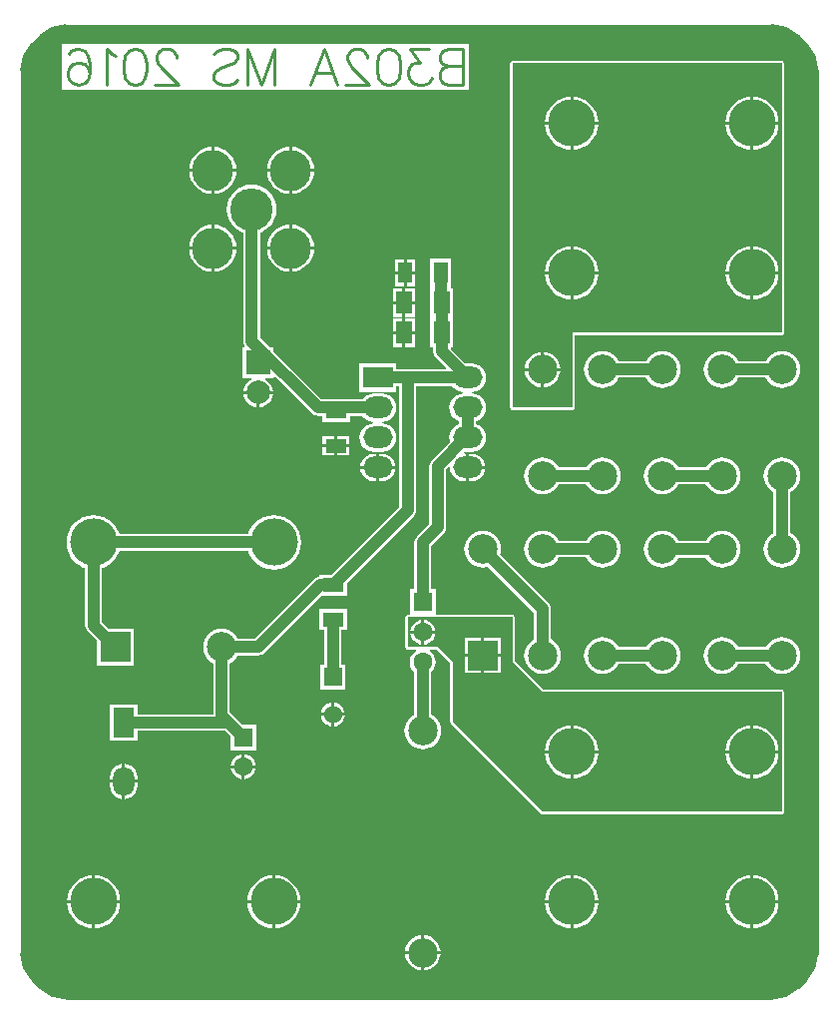
<source format=gbl>
G04 Layer_Physical_Order=2*
G04 Layer_Color=16711680*
%FSAX43Y43*%
%MOMM*%
G71*
G01*
G75*
%ADD10C,0.254*%
%ADD11R,2.500X2.500*%
%ADD12C,2.500*%
%ADD13O,1.800X2.500*%
%ADD14R,1.800X2.500*%
%ADD15C,1.600*%
%ADD16R,1.600X1.600*%
%ADD17R,1.600X1.600*%
%ADD18C,4.000*%
%ADD19C,1.524*%
%ADD20R,1.524X1.524*%
%ADD21O,2.500X1.800*%
%ADD22R,2.500X1.800*%
%ADD23C,3.600*%
%ADD24C,3.500*%
%ADD25R,2.500X2.500*%
%ADD26C,2.000*%
%ADD27R,2.000X2.000*%
%ADD28R,1.150X1.800*%
%ADD29R,1.350X1.900*%
%ADD30R,1.800X1.150*%
%ADD31C,1.000*%
G36*
X0129180Y0117470D02*
X0129476Y0117412D01*
X0129764Y0117324D01*
X0130042Y0117209D01*
X0130308Y0117067D01*
X0130559Y0116900D01*
X0130792Y0116708D01*
X0130898Y0116602D01*
X0130898Y0116602D01*
X0131602Y0115898D01*
X0131708Y0115792D01*
X0131900Y0115559D01*
X0132067Y0115308D01*
X0132209Y0115042D01*
X0132324Y0114764D01*
X0132412Y0114476D01*
X0132470Y0114180D01*
X0132500Y0113881D01*
Y0113730D01*
Y0038770D01*
Y0038619D01*
X0132470Y0038320D01*
X0132412Y0038024D01*
X0132324Y0037736D01*
X0132209Y0037458D01*
X0132067Y0037192D01*
X0131900Y0036941D01*
X0131708Y0036708D01*
X0131602Y0036602D01*
X0131602D01*
X0131602Y0036602D01*
X0130898Y0035898D01*
X0130792Y0035792D01*
X0130559Y0035600D01*
X0130308Y0035433D01*
X0130042Y0035291D01*
X0129764Y0035176D01*
X0129476Y0035088D01*
X0129180Y0035030D01*
X0128881Y0035000D01*
X0068619D01*
X0068320Y0035030D01*
X0068024Y0035088D01*
X0067736Y0035176D01*
X0067458Y0035291D01*
X0067192Y0035433D01*
X0066941Y0035600D01*
X0066708Y0035792D01*
X0066602Y0035898D01*
X0065898Y0036602D01*
X0065792Y0036708D01*
X0065600Y0036941D01*
X0065433Y0037192D01*
X0065291Y0037458D01*
X0065176Y0037736D01*
X0065088Y0038024D01*
X0065030Y0038320D01*
X0065000Y0038619D01*
Y0038770D01*
Y0113730D01*
Y0113881D01*
X0065030Y0114180D01*
X0065088Y0114476D01*
X0065176Y0114764D01*
X0065291Y0115042D01*
X0065433Y0115308D01*
X0065600Y0115559D01*
X0065792Y0115792D01*
X0065898Y0115898D01*
Y0115898D01*
X0066732Y0116732D01*
X0066958Y0116917D01*
X0067201Y0117080D01*
X0067459Y0117218D01*
X0067729Y0117329D01*
X0068009Y0117414D01*
X0068295Y0117471D01*
X0068586Y0117500D01*
X0128881D01*
X0129180Y0117470D01*
D02*
G37*
%LPC*%
G36*
X0102954Y0115953D02*
X0068453D01*
Y0112046D01*
X0102954D01*
Y0115953D01*
D02*
G37*
G36*
X0087967Y0107221D02*
Y0105347D01*
X0089841D01*
X0089815Y0105613D01*
X0089700Y0105991D01*
X0089514Y0106339D01*
X0089264Y0106644D01*
X0088959Y0106894D01*
X0088611Y0107080D01*
X0088233Y0107195D01*
X0087967Y0107221D01*
D02*
G37*
G36*
X0087713D02*
X0087447Y0107195D01*
X0087069Y0107080D01*
X0086721Y0106894D01*
X0086416Y0106644D01*
X0086166Y0106339D01*
X0085980Y0105991D01*
X0085865Y0105613D01*
X0085839Y0105347D01*
X0087713D01*
Y0107221D01*
D02*
G37*
G36*
X0081367D02*
Y0105347D01*
X0083241D01*
X0083215Y0105613D01*
X0083100Y0105991D01*
X0082914Y0106339D01*
X0082664Y0106644D01*
X0082359Y0106894D01*
X0082011Y0107080D01*
X0081633Y0107195D01*
X0081367Y0107221D01*
D02*
G37*
G36*
X0081113D02*
X0080847Y0107195D01*
X0080469Y0107080D01*
X0080121Y0106894D01*
X0079816Y0106644D01*
X0079566Y0106339D01*
X0079380Y0105991D01*
X0079265Y0105613D01*
X0079239Y0105347D01*
X0081113D01*
Y0107221D01*
D02*
G37*
G36*
X0089841Y0105093D02*
X0087967D01*
Y0103219D01*
X0088233Y0103245D01*
X0088611Y0103360D01*
X0088959Y0103546D01*
X0089264Y0103796D01*
X0089514Y0104101D01*
X0089700Y0104449D01*
X0089815Y0104827D01*
X0089841Y0105093D01*
D02*
G37*
G36*
X0087713D02*
X0085839D01*
X0085865Y0104827D01*
X0085980Y0104449D01*
X0086166Y0104101D01*
X0086416Y0103796D01*
X0086721Y0103546D01*
X0087069Y0103360D01*
X0087447Y0103245D01*
X0087713Y0103219D01*
Y0105093D01*
D02*
G37*
G36*
X0083241D02*
X0081367D01*
Y0103219D01*
X0081633Y0103245D01*
X0082011Y0103360D01*
X0082359Y0103546D01*
X0082664Y0103796D01*
X0082914Y0104101D01*
X0083100Y0104449D01*
X0083215Y0104827D01*
X0083241Y0105093D01*
D02*
G37*
G36*
X0081113D02*
X0079239D01*
X0079265Y0104827D01*
X0079380Y0104449D01*
X0079566Y0104101D01*
X0079816Y0103796D01*
X0080121Y0103546D01*
X0080469Y0103360D01*
X0080847Y0103245D01*
X0081113Y0103219D01*
Y0105093D01*
D02*
G37*
G36*
X0087967Y0100621D02*
Y0098747D01*
X0089841D01*
X0089815Y0099013D01*
X0089700Y0099391D01*
X0089514Y0099739D01*
X0089264Y0100044D01*
X0088959Y0100294D01*
X0088611Y0100480D01*
X0088233Y0100595D01*
X0087967Y0100621D01*
D02*
G37*
G36*
X0087713D02*
X0087447Y0100595D01*
X0087069Y0100480D01*
X0086721Y0100294D01*
X0086416Y0100044D01*
X0086166Y0099739D01*
X0085980Y0099391D01*
X0085865Y0099013D01*
X0085839Y0098747D01*
X0087713D01*
Y0100621D01*
D02*
G37*
G36*
X0081367D02*
Y0098747D01*
X0083241D01*
X0083215Y0099013D01*
X0083100Y0099391D01*
X0082914Y0099739D01*
X0082664Y0100044D01*
X0082359Y0100294D01*
X0082011Y0100480D01*
X0081633Y0100595D01*
X0081367Y0100621D01*
D02*
G37*
G36*
X0081113D02*
X0080847Y0100595D01*
X0080469Y0100480D01*
X0080121Y0100294D01*
X0079816Y0100044D01*
X0079566Y0099739D01*
X0079380Y0099391D01*
X0079265Y0099013D01*
X0079239Y0098747D01*
X0081113D01*
Y0100621D01*
D02*
G37*
G36*
X0098389Y0097674D02*
X0097687D01*
Y0096647D01*
X0098389D01*
Y0097674D01*
D02*
G37*
G36*
X0097433D02*
X0096731D01*
Y0096647D01*
X0097433D01*
Y0097674D01*
D02*
G37*
G36*
X0089841Y0098493D02*
X0087967D01*
Y0096619D01*
X0088233Y0096645D01*
X0088611Y0096760D01*
X0088959Y0096946D01*
X0089264Y0097196D01*
X0089514Y0097501D01*
X0089700Y0097849D01*
X0089815Y0098227D01*
X0089841Y0098493D01*
D02*
G37*
G36*
X0087713D02*
X0085839D01*
X0085865Y0098227D01*
X0085980Y0097849D01*
X0086166Y0097501D01*
X0086416Y0097196D01*
X0086721Y0096946D01*
X0087069Y0096760D01*
X0087447Y0096645D01*
X0087713Y0096619D01*
Y0098493D01*
D02*
G37*
G36*
X0083241D02*
X0081367D01*
Y0096619D01*
X0081633Y0096645D01*
X0082011Y0096760D01*
X0082359Y0096946D01*
X0082664Y0097196D01*
X0082914Y0097501D01*
X0083100Y0097849D01*
X0083215Y0098227D01*
X0083241Y0098493D01*
D02*
G37*
G36*
X0081113D02*
X0079239D01*
X0079265Y0098227D01*
X0079380Y0097849D01*
X0079566Y0097501D01*
X0079816Y0097196D01*
X0080121Y0096946D01*
X0080469Y0096760D01*
X0080847Y0096645D01*
X0081113Y0096619D01*
Y0098493D01*
D02*
G37*
G36*
X0098389Y0096393D02*
X0097687D01*
Y0095366D01*
X0098389D01*
Y0096393D01*
D02*
G37*
G36*
X0097433D02*
X0096731D01*
Y0095366D01*
X0097433D01*
Y0096393D01*
D02*
G37*
G36*
X0098389Y0095184D02*
X0097587D01*
Y0094107D01*
X0098389D01*
Y0095184D01*
D02*
G37*
G36*
X0097333D02*
X0096531D01*
Y0094107D01*
X0097333D01*
Y0095184D01*
D02*
G37*
G36*
X0098389Y0093853D02*
X0097587D01*
Y0092776D01*
X0098389D01*
Y0093853D01*
D02*
G37*
G36*
X0097333D02*
X0096531D01*
Y0092776D01*
X0097333D01*
Y0093853D01*
D02*
G37*
G36*
X0098389Y0092644D02*
X0097587D01*
Y0091567D01*
X0098389D01*
Y0092644D01*
D02*
G37*
G36*
X0097333D02*
X0096531D01*
Y0091567D01*
X0097333D01*
Y0092644D01*
D02*
G37*
G36*
X0098389Y0091313D02*
X0097587D01*
Y0090236D01*
X0098389D01*
Y0091313D01*
D02*
G37*
G36*
X0097333D02*
X0096531D01*
Y0090236D01*
X0097333D01*
Y0091313D01*
D02*
G37*
G36*
X0129540Y0089878D02*
X0129236Y0089848D01*
X0128944Y0089759D01*
X0128675Y0089615D01*
X0128439Y0089421D01*
X0128245Y0089185D01*
X0128171Y0089047D01*
X0125829D01*
X0125755Y0089185D01*
X0125561Y0089421D01*
X0125325Y0089615D01*
X0125056Y0089759D01*
X0124764Y0089848D01*
X0124460Y0089878D01*
X0124156Y0089848D01*
X0123864Y0089759D01*
X0123595Y0089615D01*
X0123359Y0089421D01*
X0123165Y0089185D01*
X0123021Y0088916D01*
X0122932Y0088624D01*
X0122902Y0088320D01*
X0122932Y0088016D01*
X0123021Y0087724D01*
X0123165Y0087455D01*
X0123359Y0087219D01*
X0123595Y0087025D01*
X0123864Y0086881D01*
X0124156Y0086792D01*
X0124460Y0086763D01*
X0124764Y0086792D01*
X0125056Y0086881D01*
X0125325Y0087025D01*
X0125561Y0087219D01*
X0125755Y0087455D01*
X0125851Y0087635D01*
X0128149D01*
X0128245Y0087455D01*
X0128439Y0087219D01*
X0128675Y0087025D01*
X0128944Y0086881D01*
X0129236Y0086792D01*
X0129540Y0086763D01*
X0129844Y0086792D01*
X0130136Y0086881D01*
X0130405Y0087025D01*
X0130641Y0087219D01*
X0130835Y0087455D01*
X0130979Y0087724D01*
X0131068Y0088016D01*
X0131098Y0088320D01*
X0131068Y0088624D01*
X0130979Y0088916D01*
X0130835Y0089185D01*
X0130641Y0089421D01*
X0130405Y0089615D01*
X0130136Y0089759D01*
X0129844Y0089848D01*
X0129540Y0089878D01*
D02*
G37*
G36*
X0119380D02*
X0119076Y0089848D01*
X0118784Y0089759D01*
X0118515Y0089615D01*
X0118279Y0089421D01*
X0118085Y0089185D01*
X0118011Y0089047D01*
X0115669D01*
X0115595Y0089185D01*
X0115401Y0089421D01*
X0115165Y0089615D01*
X0114896Y0089759D01*
X0114604Y0089848D01*
X0114300Y0089878D01*
X0113996Y0089848D01*
X0113704Y0089759D01*
X0113435Y0089615D01*
X0113199Y0089421D01*
X0113005Y0089185D01*
X0112861Y0088916D01*
X0112772Y0088624D01*
X0112743Y0088320D01*
X0112772Y0088016D01*
X0112861Y0087724D01*
X0113005Y0087455D01*
X0113199Y0087219D01*
X0113435Y0087025D01*
X0113704Y0086881D01*
X0113996Y0086792D01*
X0114300Y0086763D01*
X0114604Y0086792D01*
X0114896Y0086881D01*
X0115165Y0087025D01*
X0115401Y0087219D01*
X0115595Y0087455D01*
X0115691Y0087635D01*
X0117989D01*
X0118085Y0087455D01*
X0118279Y0087219D01*
X0118515Y0087025D01*
X0118784Y0086881D01*
X0119076Y0086792D01*
X0119380Y0086763D01*
X0119684Y0086792D01*
X0119976Y0086881D01*
X0120245Y0087025D01*
X0120481Y0087219D01*
X0120675Y0087455D01*
X0120819Y0087724D01*
X0120908Y0088016D01*
X0120938Y0088320D01*
X0120908Y0088624D01*
X0120819Y0088916D01*
X0120675Y0089185D01*
X0120481Y0089421D01*
X0120245Y0089615D01*
X0119976Y0089759D01*
X0119684Y0089848D01*
X0119380Y0089878D01*
D02*
G37*
G36*
X0101435Y0097720D02*
X0099685D01*
Y0095320D01*
X0099685D01*
X0099685Y0095230D01*
X0099685D01*
Y0092730D01*
X0099685D01*
Y0092690D01*
X0099685D01*
Y0090190D01*
X0099954D01*
Y0089840D01*
X0099978Y0089657D01*
X0100049Y0089487D01*
X0100161Y0089341D01*
X0101048Y0088453D01*
X0101000Y0088336D01*
X0096800D01*
Y0088830D01*
X0093700D01*
Y0086430D01*
X0096800D01*
Y0086924D01*
X0097084D01*
Y0076672D01*
X0091317Y0070905D01*
X0090240D01*
Y0070722D01*
X0090167Y0070712D01*
X0089997Y0070641D01*
X0089851Y0070529D01*
X0084798Y0065476D01*
X0083350D01*
X0083265Y0065635D01*
X0083071Y0065871D01*
X0082835Y0066065D01*
X0082566Y0066209D01*
X0082274Y0066298D01*
X0081970Y0066327D01*
X0081666Y0066298D01*
X0081374Y0066209D01*
X0081105Y0066065D01*
X0080869Y0065871D01*
X0080675Y0065635D01*
X0080531Y0065366D01*
X0080442Y0065074D01*
X0080413Y0064770D01*
X0080442Y0064466D01*
X0080531Y0064174D01*
X0080675Y0063905D01*
X0080869Y0063669D01*
X0081105Y0063475D01*
X0081264Y0063390D01*
Y0059086D01*
X0074860D01*
Y0059930D01*
X0072460D01*
Y0056830D01*
X0074860D01*
Y0057674D01*
X0082278D01*
X0082720Y0057231D01*
Y0056030D01*
X0084920D01*
Y0058230D01*
X0083718D01*
X0083069Y0058879D01*
X0082676Y0059272D01*
Y0063390D01*
X0082835Y0063475D01*
X0083071Y0063669D01*
X0083265Y0063905D01*
X0083350Y0064064D01*
X0085090D01*
X0085273Y0064088D01*
X0085443Y0064159D01*
X0085589Y0064271D01*
X0090473Y0069155D01*
X0092640D01*
Y0070231D01*
X0098289Y0075881D01*
X0098401Y0076027D01*
X0098472Y0076197D01*
X0098496Y0076380D01*
Y0086924D01*
X0101549D01*
X0101664Y0086774D01*
X0101915Y0086582D01*
X0102207Y0086461D01*
X0102487Y0086424D01*
Y0086296D01*
X0102207Y0086259D01*
X0101915Y0086138D01*
X0101664Y0085946D01*
X0101472Y0085695D01*
X0101351Y0085403D01*
X0101310Y0085090D01*
X0101351Y0084777D01*
X0101472Y0084485D01*
X0101664Y0084234D01*
X0101915Y0084042D01*
X0102164Y0083939D01*
Y0083701D01*
X0101915Y0083598D01*
X0101664Y0083406D01*
X0101472Y0083155D01*
X0101351Y0082863D01*
X0101310Y0082550D01*
X0101351Y0082237D01*
X0101368Y0082196D01*
X0099831Y0080658D01*
X0099719Y0080512D01*
X0099648Y0080342D01*
X0099624Y0080159D01*
Y0075222D01*
X0098561Y0074159D01*
X0098449Y0074013D01*
X0098378Y0073843D01*
X0098354Y0073660D01*
Y0069680D01*
X0097960D01*
Y0067514D01*
X0097790D01*
X0097712Y0067498D01*
X0097646Y0067454D01*
X0097602Y0067388D01*
X0097586Y0067310D01*
Y0064770D01*
X0097602Y0064692D01*
X0097646Y0064626D01*
X0097712Y0064582D01*
X0097790Y0064566D01*
X0098445D01*
X0098477Y0064439D01*
X0098275Y0064285D01*
X0098099Y0064055D01*
X0097988Y0063787D01*
X0097951Y0063500D01*
X0097988Y0063213D01*
X0098099Y0062945D01*
X0098275Y0062715D01*
X0098354Y0062655D01*
Y0059045D01*
X0098195Y0058960D01*
X0097959Y0058766D01*
X0097765Y0058530D01*
X0097621Y0058261D01*
X0097532Y0057969D01*
X0097503Y0057665D01*
X0097532Y0057361D01*
X0097621Y0057069D01*
X0097765Y0056800D01*
X0097959Y0056564D01*
X0098195Y0056370D01*
X0098464Y0056226D01*
X0098756Y0056137D01*
X0099060Y0056108D01*
X0099364Y0056137D01*
X0099656Y0056226D01*
X0099925Y0056370D01*
X0100161Y0056564D01*
X0100355Y0056800D01*
X0100499Y0057069D01*
X0100588Y0057361D01*
X0100618Y0057665D01*
X0100588Y0057969D01*
X0100499Y0058261D01*
X0100355Y0058530D01*
X0100161Y0058766D01*
X0099925Y0058960D01*
X0099766Y0059045D01*
Y0062655D01*
X0099845Y0062715D01*
X0100021Y0062945D01*
X0100132Y0063213D01*
X0100169Y0063500D01*
X0100132Y0063787D01*
X0100021Y0064055D01*
X0099845Y0064285D01*
X0099643Y0064439D01*
X0099675Y0064566D01*
X0100246D01*
X0101396Y0063416D01*
X0101396Y0058420D01*
X0101396Y0058420D01*
X0101412Y0058342D01*
X0101456Y0058276D01*
X0101456Y0058276D01*
X0109076Y0050656D01*
X0109142Y0050612D01*
X0109220Y0050596D01*
X0129540D01*
X0129618Y0050612D01*
X0129684Y0050656D01*
X0129728Y0050722D01*
X0129744Y0050800D01*
Y0060960D01*
X0129728Y0061038D01*
X0129684Y0061104D01*
X0129618Y0061148D01*
X0129540Y0061164D01*
X0109304D01*
X0106884Y0063584D01*
Y0067310D01*
X0106868Y0067388D01*
X0106824Y0067454D01*
X0106758Y0067498D01*
X0106680Y0067514D01*
X0100160D01*
Y0069680D01*
X0099766D01*
Y0073368D01*
X0100829Y0074431D01*
X0100941Y0074577D01*
X0101012Y0074747D01*
X0101036Y0074930D01*
Y0079867D01*
X0101243Y0080074D01*
X0101318Y0080037D01*
X0101356Y0080007D01*
X0101396Y0079709D01*
X0101512Y0079428D01*
X0101697Y0079187D01*
X0101938Y0079002D01*
X0102219Y0078886D01*
X0102520Y0078846D01*
X0102743D01*
Y0080010D01*
Y0081174D01*
X0102605D01*
X0102542Y0081301D01*
X0102572Y0081340D01*
X0103220D01*
X0103533Y0081381D01*
X0103825Y0081502D01*
X0104076Y0081694D01*
X0104268Y0081945D01*
X0104389Y0082237D01*
X0104430Y0082550D01*
X0104389Y0082863D01*
X0104268Y0083155D01*
X0104076Y0083406D01*
X0103825Y0083598D01*
X0103576Y0083701D01*
Y0083939D01*
X0103825Y0084042D01*
X0104076Y0084234D01*
X0104268Y0084485D01*
X0104389Y0084777D01*
X0104430Y0085090D01*
X0104389Y0085403D01*
X0104268Y0085695D01*
X0104076Y0085946D01*
X0103825Y0086138D01*
X0103533Y0086259D01*
X0103253Y0086296D01*
Y0086424D01*
X0103533Y0086461D01*
X0103825Y0086582D01*
X0104076Y0086774D01*
X0104268Y0087025D01*
X0104389Y0087317D01*
X0104430Y0087630D01*
X0104389Y0087943D01*
X0104268Y0088235D01*
X0104076Y0088486D01*
X0103825Y0088678D01*
X0103533Y0088799D01*
X0103220Y0088840D01*
X0102658D01*
X0101435Y0090063D01*
X0101488Y0090190D01*
X0101635D01*
Y0092690D01*
X0101635D01*
Y0092730D01*
X0101635D01*
Y0095230D01*
X0101524D01*
X0101435Y0095320D01*
Y0097720D01*
D02*
G37*
G36*
X0086338Y0086233D02*
X0085217D01*
Y0085112D01*
X0085417Y0085138D01*
X0085722Y0085265D01*
X0085984Y0085466D01*
X0086185Y0085728D01*
X0086312Y0086033D01*
X0086338Y0086233D01*
D02*
G37*
G36*
X0084963D02*
X0083842D01*
X0083868Y0086033D01*
X0083995Y0085728D01*
X0084196Y0085466D01*
X0084458Y0085265D01*
X0084763Y0085138D01*
X0084963Y0085112D01*
Y0086233D01*
D02*
G37*
G36*
X0129540Y0114504D02*
X0106680D01*
X0106602Y0114488D01*
X0106536Y0114444D01*
X0106492Y0114378D01*
X0106476Y0114300D01*
Y0085090D01*
X0106492Y0085012D01*
X0106536Y0084946D01*
X0106602Y0084902D01*
X0106680Y0084886D01*
X0111760D01*
X0111838Y0084902D01*
X0111904Y0084946D01*
X0111948Y0085012D01*
X0111964Y0085090D01*
Y0091236D01*
X0129540D01*
X0129618Y0091252D01*
X0129684Y0091296D01*
X0129728Y0091362D01*
X0129744Y0091440D01*
Y0106680D01*
Y0114300D01*
X0129728Y0114378D01*
X0129684Y0114444D01*
X0129618Y0114488D01*
X0129540Y0114504D01*
D02*
G37*
G36*
X0092848Y0082691D02*
X0091821D01*
Y0081989D01*
X0092848D01*
Y0082691D01*
D02*
G37*
G36*
X0091567D02*
X0090540D01*
Y0081989D01*
X0091567D01*
Y0082691D01*
D02*
G37*
G36*
X0084540Y0104030D02*
X0084128Y0103990D01*
X0083732Y0103870D01*
X0083368Y0103675D01*
X0083048Y0103412D01*
X0082785Y0103092D01*
X0082590Y0102728D01*
X0082470Y0102332D01*
X0082430Y0101920D01*
X0082470Y0101508D01*
X0082590Y0101112D01*
X0082785Y0100748D01*
X0083048Y0100428D01*
X0083368Y0100165D01*
X0083732Y0099970D01*
X0083834Y0099940D01*
Y0090720D01*
X0083858Y0090537D01*
X0083929Y0090367D01*
X0083959Y0090327D01*
X0083897Y0090200D01*
X0083790D01*
Y0087600D01*
X0084475D01*
X0084500Y0087473D01*
X0084458Y0087455D01*
X0084196Y0087254D01*
X0083995Y0086992D01*
X0083868Y0086687D01*
X0083842Y0086487D01*
X0085090D01*
X0086338D01*
X0086312Y0086687D01*
X0086185Y0086992D01*
X0085984Y0087254D01*
X0085722Y0087455D01*
X0085680Y0087473D01*
X0085705Y0087600D01*
X0086390D01*
Y0087706D01*
X0086507Y0087754D01*
X0089671Y0084591D01*
X0089817Y0084479D01*
X0089987Y0084408D01*
X0090170Y0084384D01*
X0090494D01*
Y0083887D01*
X0092894D01*
Y0084384D01*
X0093929D01*
X0094044Y0084234D01*
X0094295Y0084042D01*
X0094587Y0083921D01*
X0094867Y0083884D01*
Y0083756D01*
X0094587Y0083719D01*
X0094295Y0083598D01*
X0094044Y0083406D01*
X0093852Y0083155D01*
X0093731Y0082863D01*
X0093690Y0082550D01*
X0093731Y0082237D01*
X0093852Y0081945D01*
X0094044Y0081694D01*
X0094295Y0081502D01*
X0094587Y0081381D01*
X0094900Y0081340D01*
X0095600D01*
X0095913Y0081381D01*
X0096205Y0081502D01*
X0096456Y0081694D01*
X0096648Y0081945D01*
X0096769Y0082237D01*
X0096810Y0082550D01*
X0096769Y0082863D01*
X0096648Y0083155D01*
X0096456Y0083406D01*
X0096205Y0083598D01*
X0095913Y0083719D01*
X0095633Y0083756D01*
Y0083884D01*
X0095913Y0083921D01*
X0096205Y0084042D01*
X0096456Y0084234D01*
X0096648Y0084485D01*
X0096769Y0084777D01*
X0096810Y0085090D01*
X0096769Y0085403D01*
X0096648Y0085695D01*
X0096456Y0085946D01*
X0096205Y0086138D01*
X0095913Y0086259D01*
X0095600Y0086300D01*
X0094900D01*
X0094587Y0086259D01*
X0094295Y0086138D01*
X0094044Y0085946D01*
X0093929Y0085796D01*
X0090462D01*
X0086390Y0089868D01*
Y0090200D01*
X0086058D01*
X0085246Y0091012D01*
Y0099940D01*
X0085348Y0099970D01*
X0085712Y0100165D01*
X0086032Y0100428D01*
X0086295Y0100748D01*
X0086490Y0101112D01*
X0086610Y0101508D01*
X0086650Y0101920D01*
X0086610Y0102332D01*
X0086490Y0102728D01*
X0086295Y0103092D01*
X0086032Y0103412D01*
X0085712Y0103675D01*
X0085348Y0103870D01*
X0084952Y0103990D01*
X0084540Y0104030D01*
D02*
G37*
G36*
X0092848Y0081735D02*
X0091821D01*
Y0081033D01*
X0092848D01*
Y0081735D01*
D02*
G37*
G36*
X0091567D02*
X0090540D01*
Y0081033D01*
X0091567D01*
Y0081735D01*
D02*
G37*
G36*
X0103220Y0081174D02*
X0102997D01*
Y0080137D01*
X0104367D01*
X0104344Y0080311D01*
X0104228Y0080592D01*
X0104043Y0080833D01*
X0103802Y0081018D01*
X0103521Y0081134D01*
X0103220Y0081174D01*
D02*
G37*
G36*
X0095600D02*
X0095377D01*
Y0080137D01*
X0096747D01*
X0096724Y0080311D01*
X0096608Y0080592D01*
X0096423Y0080833D01*
X0096182Y0081018D01*
X0095901Y0081134D01*
X0095600Y0081174D01*
D02*
G37*
G36*
X0095123D02*
X0094900D01*
X0094599Y0081134D01*
X0094318Y0081018D01*
X0094077Y0080833D01*
X0093892Y0080592D01*
X0093776Y0080311D01*
X0093753Y0080137D01*
X0095123D01*
Y0081174D01*
D02*
G37*
G36*
X0124460Y0080877D02*
X0124156Y0080848D01*
X0123864Y0080759D01*
X0123595Y0080615D01*
X0123359Y0080421D01*
X0123165Y0080185D01*
X0123082Y0080030D01*
X0120758D01*
X0120675Y0080185D01*
X0120481Y0080421D01*
X0120245Y0080615D01*
X0119976Y0080759D01*
X0119684Y0080848D01*
X0119380Y0080877D01*
X0119076Y0080848D01*
X0118784Y0080759D01*
X0118515Y0080615D01*
X0118279Y0080421D01*
X0118085Y0080185D01*
X0117941Y0079916D01*
X0117852Y0079624D01*
X0117823Y0079320D01*
X0117852Y0079016D01*
X0117941Y0078724D01*
X0118085Y0078455D01*
X0118279Y0078219D01*
X0118515Y0078025D01*
X0118784Y0077881D01*
X0119076Y0077792D01*
X0119380Y0077762D01*
X0119684Y0077792D01*
X0119976Y0077881D01*
X0120245Y0078025D01*
X0120481Y0078219D01*
X0120675Y0078455D01*
X0120762Y0078618D01*
X0123078D01*
X0123165Y0078455D01*
X0123359Y0078219D01*
X0123595Y0078025D01*
X0123864Y0077881D01*
X0124156Y0077792D01*
X0124460Y0077762D01*
X0124764Y0077792D01*
X0125056Y0077881D01*
X0125325Y0078025D01*
X0125561Y0078219D01*
X0125755Y0078455D01*
X0125899Y0078724D01*
X0125988Y0079016D01*
X0126018Y0079320D01*
X0125988Y0079624D01*
X0125899Y0079916D01*
X0125755Y0080185D01*
X0125561Y0080421D01*
X0125325Y0080615D01*
X0125056Y0080759D01*
X0124764Y0080848D01*
X0124460Y0080877D01*
D02*
G37*
G36*
X0114300D02*
X0113996Y0080848D01*
X0113704Y0080759D01*
X0113435Y0080615D01*
X0113199Y0080421D01*
X0113005Y0080185D01*
X0112920Y0080026D01*
X0110600D01*
X0110515Y0080185D01*
X0110321Y0080421D01*
X0110085Y0080615D01*
X0109816Y0080759D01*
X0109524Y0080848D01*
X0109220Y0080877D01*
X0108916Y0080848D01*
X0108624Y0080759D01*
X0108355Y0080615D01*
X0108119Y0080421D01*
X0107925Y0080185D01*
X0107781Y0079916D01*
X0107692Y0079624D01*
X0107662Y0079320D01*
X0107692Y0079016D01*
X0107781Y0078724D01*
X0107925Y0078455D01*
X0108119Y0078219D01*
X0108355Y0078025D01*
X0108624Y0077881D01*
X0108916Y0077792D01*
X0109220Y0077762D01*
X0109524Y0077792D01*
X0109816Y0077881D01*
X0110085Y0078025D01*
X0110321Y0078219D01*
X0110515Y0078455D01*
X0110600Y0078614D01*
X0112920D01*
X0113005Y0078455D01*
X0113199Y0078219D01*
X0113435Y0078025D01*
X0113704Y0077881D01*
X0113996Y0077792D01*
X0114300Y0077762D01*
X0114604Y0077792D01*
X0114896Y0077881D01*
X0115165Y0078025D01*
X0115401Y0078219D01*
X0115595Y0078455D01*
X0115739Y0078724D01*
X0115828Y0079016D01*
X0115857Y0079320D01*
X0115828Y0079624D01*
X0115739Y0079916D01*
X0115595Y0080185D01*
X0115401Y0080421D01*
X0115165Y0080615D01*
X0114896Y0080759D01*
X0114604Y0080848D01*
X0114300Y0080877D01*
D02*
G37*
G36*
X0104367Y0079883D02*
X0102997D01*
Y0078846D01*
X0103220D01*
X0103521Y0078886D01*
X0103802Y0079002D01*
X0104043Y0079187D01*
X0104228Y0079428D01*
X0104344Y0079709D01*
X0104367Y0079883D01*
D02*
G37*
G36*
X0096747D02*
X0095377D01*
Y0078846D01*
X0095600D01*
X0095901Y0078886D01*
X0096182Y0079002D01*
X0096423Y0079187D01*
X0096608Y0079428D01*
X0096724Y0079709D01*
X0096747Y0079883D01*
D02*
G37*
G36*
X0095123D02*
X0093753D01*
X0093776Y0079709D01*
X0093892Y0079428D01*
X0094077Y0079187D01*
X0094318Y0079002D01*
X0094599Y0078886D01*
X0094900Y0078846D01*
X0095123D01*
Y0079883D01*
D02*
G37*
G36*
X0086420Y0075971D02*
X0085969Y0075927D01*
X0085536Y0075795D01*
X0085136Y0075582D01*
X0084786Y0075294D01*
X0084498Y0074944D01*
X0084285Y0074544D01*
X0084231Y0074366D01*
X0073309D01*
X0073255Y0074544D01*
X0073042Y0074944D01*
X0072754Y0075294D01*
X0072404Y0075582D01*
X0072004Y0075795D01*
X0071571Y0075927D01*
X0071120Y0075971D01*
X0070669Y0075927D01*
X0070236Y0075795D01*
X0069836Y0075582D01*
X0069486Y0075294D01*
X0069198Y0074944D01*
X0068985Y0074544D01*
X0068853Y0074111D01*
X0068809Y0073660D01*
X0068853Y0073209D01*
X0068985Y0072776D01*
X0069198Y0072376D01*
X0069486Y0072026D01*
X0069836Y0071738D01*
X0070236Y0071525D01*
X0070414Y0071471D01*
Y0066620D01*
X0070438Y0066437D01*
X0070509Y0066267D01*
X0070621Y0066121D01*
X0071420Y0065322D01*
Y0063220D01*
X0074520D01*
Y0066320D01*
X0072418D01*
X0071826Y0066912D01*
Y0071471D01*
X0072004Y0071525D01*
X0072404Y0071738D01*
X0072754Y0072026D01*
X0073042Y0072376D01*
X0073255Y0072776D01*
X0073309Y0072954D01*
X0084231D01*
X0084285Y0072776D01*
X0084498Y0072376D01*
X0084786Y0072026D01*
X0085136Y0071738D01*
X0085536Y0071525D01*
X0085969Y0071393D01*
X0086420Y0071349D01*
X0086871Y0071393D01*
X0087304Y0071525D01*
X0087704Y0071738D01*
X0088054Y0072026D01*
X0088342Y0072376D01*
X0088555Y0072776D01*
X0088687Y0073209D01*
X0088731Y0073660D01*
X0088687Y0074111D01*
X0088555Y0074544D01*
X0088342Y0074944D01*
X0088054Y0075294D01*
X0087704Y0075582D01*
X0087304Y0075795D01*
X0086871Y0075927D01*
X0086420Y0075971D01*
D02*
G37*
G36*
X0114300Y0074638D02*
X0113996Y0074608D01*
X0113704Y0074519D01*
X0113435Y0074375D01*
X0113199Y0074181D01*
X0113005Y0073945D01*
X0112931Y0073807D01*
X0110589D01*
X0110515Y0073945D01*
X0110321Y0074181D01*
X0110085Y0074375D01*
X0109816Y0074519D01*
X0109524Y0074608D01*
X0109220Y0074638D01*
X0108916Y0074608D01*
X0108624Y0074519D01*
X0108355Y0074375D01*
X0108119Y0074181D01*
X0107925Y0073945D01*
X0107781Y0073676D01*
X0107692Y0073384D01*
X0107662Y0073080D01*
X0107692Y0072776D01*
X0107781Y0072484D01*
X0107925Y0072215D01*
X0108119Y0071979D01*
X0108355Y0071785D01*
X0108624Y0071641D01*
X0108916Y0071552D01*
X0109220Y0071523D01*
X0109524Y0071552D01*
X0109816Y0071641D01*
X0110085Y0071785D01*
X0110321Y0071979D01*
X0110515Y0072215D01*
X0110611Y0072395D01*
X0112909D01*
X0113005Y0072215D01*
X0113199Y0071979D01*
X0113435Y0071785D01*
X0113704Y0071641D01*
X0113996Y0071552D01*
X0114300Y0071523D01*
X0114604Y0071552D01*
X0114896Y0071641D01*
X0115165Y0071785D01*
X0115401Y0071979D01*
X0115595Y0072215D01*
X0115739Y0072484D01*
X0115828Y0072776D01*
X0115857Y0073080D01*
X0115828Y0073384D01*
X0115739Y0073676D01*
X0115595Y0073945D01*
X0115401Y0074181D01*
X0115165Y0074375D01*
X0114896Y0074519D01*
X0114604Y0074608D01*
X0114300Y0074638D01*
D02*
G37*
G36*
X0124460D02*
X0124156Y0074608D01*
X0123864Y0074519D01*
X0123595Y0074375D01*
X0123359Y0074181D01*
X0123165Y0073945D01*
X0123080Y0073786D01*
X0120760D01*
X0120675Y0073945D01*
X0120481Y0074181D01*
X0120245Y0074375D01*
X0119976Y0074519D01*
X0119684Y0074608D01*
X0119380Y0074638D01*
X0119076Y0074608D01*
X0118784Y0074519D01*
X0118515Y0074375D01*
X0118279Y0074181D01*
X0118085Y0073945D01*
X0117941Y0073676D01*
X0117852Y0073384D01*
X0117823Y0073080D01*
X0117852Y0072776D01*
X0117941Y0072484D01*
X0118085Y0072215D01*
X0118279Y0071979D01*
X0118515Y0071785D01*
X0118784Y0071641D01*
X0119076Y0071552D01*
X0119380Y0071523D01*
X0119684Y0071552D01*
X0119976Y0071641D01*
X0120245Y0071785D01*
X0120481Y0071979D01*
X0120675Y0072215D01*
X0120760Y0072374D01*
X0123080D01*
X0123165Y0072215D01*
X0123359Y0071979D01*
X0123595Y0071785D01*
X0123864Y0071641D01*
X0124156Y0071552D01*
X0124460Y0071523D01*
X0124764Y0071552D01*
X0125056Y0071641D01*
X0125325Y0071785D01*
X0125561Y0071979D01*
X0125755Y0072215D01*
X0125899Y0072484D01*
X0125988Y0072776D01*
X0126018Y0073080D01*
X0125988Y0073384D01*
X0125899Y0073676D01*
X0125755Y0073945D01*
X0125561Y0074181D01*
X0125325Y0074375D01*
X0125056Y0074519D01*
X0124764Y0074608D01*
X0124460Y0074638D01*
D02*
G37*
G36*
X0129540Y0080877D02*
X0129236Y0080848D01*
X0128944Y0080759D01*
X0128675Y0080615D01*
X0128439Y0080421D01*
X0128245Y0080185D01*
X0128101Y0079916D01*
X0128012Y0079624D01*
X0127982Y0079320D01*
X0128012Y0079016D01*
X0128101Y0078724D01*
X0128245Y0078455D01*
X0128439Y0078219D01*
X0128675Y0078025D01*
X0128834Y0077940D01*
Y0074460D01*
X0128675Y0074375D01*
X0128439Y0074181D01*
X0128245Y0073945D01*
X0128101Y0073676D01*
X0128012Y0073384D01*
X0127982Y0073080D01*
X0128012Y0072776D01*
X0128101Y0072484D01*
X0128245Y0072215D01*
X0128439Y0071979D01*
X0128675Y0071785D01*
X0128944Y0071641D01*
X0129236Y0071552D01*
X0129540Y0071523D01*
X0129844Y0071552D01*
X0130136Y0071641D01*
X0130405Y0071785D01*
X0130641Y0071979D01*
X0130835Y0072215D01*
X0130979Y0072484D01*
X0131068Y0072776D01*
X0131098Y0073080D01*
X0131068Y0073384D01*
X0130979Y0073676D01*
X0130835Y0073945D01*
X0130641Y0074181D01*
X0130405Y0074375D01*
X0130246Y0074460D01*
Y0077940D01*
X0130405Y0078025D01*
X0130641Y0078219D01*
X0130835Y0078455D01*
X0130979Y0078724D01*
X0131068Y0079016D01*
X0131098Y0079320D01*
X0131068Y0079624D01*
X0130979Y0079916D01*
X0130835Y0080185D01*
X0130641Y0080421D01*
X0130405Y0080615D01*
X0130136Y0080759D01*
X0129844Y0080848D01*
X0129540Y0080877D01*
D02*
G37*
G36*
X0119380Y0065637D02*
X0119076Y0065608D01*
X0118784Y0065519D01*
X0118515Y0065375D01*
X0118279Y0065181D01*
X0118085Y0064945D01*
X0118002Y0064790D01*
X0115678D01*
X0115595Y0064945D01*
X0115401Y0065181D01*
X0115165Y0065375D01*
X0114896Y0065519D01*
X0114604Y0065608D01*
X0114300Y0065637D01*
X0113996Y0065608D01*
X0113704Y0065519D01*
X0113435Y0065375D01*
X0113199Y0065181D01*
X0113005Y0064945D01*
X0112861Y0064676D01*
X0112772Y0064384D01*
X0112743Y0064080D01*
X0112772Y0063776D01*
X0112861Y0063484D01*
X0113005Y0063215D01*
X0113199Y0062979D01*
X0113435Y0062785D01*
X0113704Y0062641D01*
X0113996Y0062552D01*
X0114300Y0062522D01*
X0114604Y0062552D01*
X0114896Y0062641D01*
X0115165Y0062785D01*
X0115401Y0062979D01*
X0115595Y0063215D01*
X0115682Y0063378D01*
X0117998D01*
X0118085Y0063215D01*
X0118279Y0062979D01*
X0118515Y0062785D01*
X0118784Y0062641D01*
X0119076Y0062552D01*
X0119380Y0062522D01*
X0119684Y0062552D01*
X0119976Y0062641D01*
X0120245Y0062785D01*
X0120481Y0062979D01*
X0120675Y0063215D01*
X0120819Y0063484D01*
X0120908Y0063776D01*
X0120938Y0064080D01*
X0120908Y0064384D01*
X0120819Y0064676D01*
X0120675Y0064945D01*
X0120481Y0065181D01*
X0120245Y0065375D01*
X0119976Y0065519D01*
X0119684Y0065608D01*
X0119380Y0065637D01*
D02*
G37*
G36*
X0129540D02*
X0129236Y0065608D01*
X0128944Y0065519D01*
X0128675Y0065375D01*
X0128439Y0065181D01*
X0128245Y0064945D01*
X0128160Y0064786D01*
X0125840D01*
X0125755Y0064945D01*
X0125561Y0065181D01*
X0125325Y0065375D01*
X0125056Y0065519D01*
X0124764Y0065608D01*
X0124460Y0065637D01*
X0124156Y0065608D01*
X0123864Y0065519D01*
X0123595Y0065375D01*
X0123359Y0065181D01*
X0123165Y0064945D01*
X0123021Y0064676D01*
X0122932Y0064384D01*
X0122902Y0064080D01*
X0122932Y0063776D01*
X0123021Y0063484D01*
X0123165Y0063215D01*
X0123359Y0062979D01*
X0123595Y0062785D01*
X0123864Y0062641D01*
X0124156Y0062552D01*
X0124460Y0062522D01*
X0124764Y0062552D01*
X0125056Y0062641D01*
X0125325Y0062785D01*
X0125561Y0062979D01*
X0125755Y0063215D01*
X0125840Y0063374D01*
X0128160D01*
X0128245Y0063215D01*
X0128439Y0062979D01*
X0128675Y0062785D01*
X0128944Y0062641D01*
X0129236Y0062552D01*
X0129540Y0062522D01*
X0129844Y0062552D01*
X0130136Y0062641D01*
X0130405Y0062785D01*
X0130641Y0062979D01*
X0130835Y0063215D01*
X0130979Y0063484D01*
X0131068Y0063776D01*
X0131098Y0064080D01*
X0131068Y0064384D01*
X0130979Y0064676D01*
X0130835Y0064945D01*
X0130641Y0065181D01*
X0130405Y0065375D01*
X0130136Y0065519D01*
X0129844Y0065608D01*
X0129540Y0065637D01*
D02*
G37*
G36*
X0104140Y0074638D02*
X0103836Y0074608D01*
X0103544Y0074519D01*
X0103275Y0074375D01*
X0103039Y0074181D01*
X0102845Y0073945D01*
X0102701Y0073676D01*
X0102612Y0073384D01*
X0102582Y0073080D01*
X0102612Y0072776D01*
X0102701Y0072484D01*
X0102845Y0072215D01*
X0103039Y0071979D01*
X0103275Y0071785D01*
X0103544Y0071641D01*
X0103836Y0071552D01*
X0104140Y0071523D01*
X0104444Y0071552D01*
X0104617Y0071605D01*
X0108514Y0067708D01*
Y0065460D01*
X0108355Y0065375D01*
X0108119Y0065181D01*
X0107925Y0064945D01*
X0107781Y0064676D01*
X0107692Y0064384D01*
X0107662Y0064080D01*
X0107692Y0063776D01*
X0107781Y0063484D01*
X0107925Y0063215D01*
X0108119Y0062979D01*
X0108355Y0062785D01*
X0108624Y0062641D01*
X0108916Y0062552D01*
X0109220Y0062522D01*
X0109524Y0062552D01*
X0109816Y0062641D01*
X0110085Y0062785D01*
X0110321Y0062979D01*
X0110515Y0063215D01*
X0110659Y0063484D01*
X0110748Y0063776D01*
X0110777Y0064080D01*
X0110748Y0064384D01*
X0110659Y0064676D01*
X0110515Y0064945D01*
X0110321Y0065181D01*
X0110085Y0065375D01*
X0109926Y0065460D01*
Y0068000D01*
X0109902Y0068183D01*
X0109831Y0068353D01*
X0109719Y0068499D01*
X0105615Y0072603D01*
X0105668Y0072776D01*
X0105698Y0073080D01*
X0105668Y0073384D01*
X0105579Y0073676D01*
X0105435Y0073945D01*
X0105241Y0074181D01*
X0105005Y0074375D01*
X0104736Y0074519D01*
X0104444Y0074608D01*
X0104140Y0074638D01*
D02*
G37*
G36*
X0092640Y0068005D02*
X0090240D01*
Y0066255D01*
X0090734D01*
Y0063292D01*
X0090378D01*
Y0061168D01*
X0092502D01*
Y0063292D01*
X0092146D01*
Y0066255D01*
X0092640D01*
Y0068005D01*
D02*
G37*
G36*
X0091567Y0060063D02*
Y0059182D01*
X0092448D01*
X0092430Y0059320D01*
X0092327Y0059567D01*
X0092165Y0059780D01*
X0091952Y0059942D01*
X0091705Y0060045D01*
X0091567Y0060063D01*
D02*
G37*
G36*
X0091313D02*
X0091175Y0060045D01*
X0090928Y0059942D01*
X0090715Y0059780D01*
X0090553Y0059567D01*
X0090450Y0059320D01*
X0090432Y0059182D01*
X0091313D01*
Y0060063D01*
D02*
G37*
G36*
X0092448Y0058928D02*
X0091567D01*
Y0058047D01*
X0091705Y0058065D01*
X0091952Y0058168D01*
X0092165Y0058330D01*
X0092327Y0058543D01*
X0092430Y0058790D01*
X0092448Y0058928D01*
D02*
G37*
G36*
X0091313D02*
X0090432D01*
X0090450Y0058790D01*
X0090553Y0058543D01*
X0090715Y0058330D01*
X0090928Y0058168D01*
X0091175Y0058065D01*
X0091313Y0058047D01*
Y0058928D01*
D02*
G37*
G36*
X0083947Y0055676D02*
Y0054757D01*
X0084866D01*
X0084847Y0054905D01*
X0084741Y0055162D01*
X0084572Y0055382D01*
X0084352Y0055551D01*
X0084095Y0055657D01*
X0083947Y0055676D01*
D02*
G37*
G36*
X0083693D02*
X0083545Y0055657D01*
X0083288Y0055551D01*
X0083068Y0055382D01*
X0082899Y0055162D01*
X0082793Y0054905D01*
X0082774Y0054757D01*
X0083693D01*
Y0055676D01*
D02*
G37*
G36*
X0084866Y0054503D02*
X0083947D01*
Y0053584D01*
X0084095Y0053603D01*
X0084352Y0053709D01*
X0084572Y0053878D01*
X0084741Y0054098D01*
X0084847Y0054355D01*
X0084866Y0054503D01*
D02*
G37*
G36*
X0083693D02*
X0082774D01*
X0082793Y0054355D01*
X0082899Y0054098D01*
X0083068Y0053878D01*
X0083288Y0053709D01*
X0083545Y0053603D01*
X0083693Y0053584D01*
Y0054503D01*
D02*
G37*
G36*
X0073787Y0054877D02*
Y0053507D01*
X0074824D01*
Y0053730D01*
X0074784Y0054031D01*
X0074668Y0054312D01*
X0074483Y0054553D01*
X0074242Y0054738D01*
X0073961Y0054854D01*
X0073787Y0054877D01*
D02*
G37*
G36*
X0073533D02*
X0073359Y0054854D01*
X0073078Y0054738D01*
X0072837Y0054553D01*
X0072652Y0054312D01*
X0072536Y0054031D01*
X0072496Y0053730D01*
Y0053507D01*
X0073533D01*
Y0054877D01*
D02*
G37*
G36*
X0074824Y0053253D02*
X0073787D01*
Y0051883D01*
X0073961Y0051906D01*
X0074242Y0052022D01*
X0074483Y0052207D01*
X0074668Y0052448D01*
X0074784Y0052729D01*
X0074824Y0053030D01*
Y0053253D01*
D02*
G37*
G36*
X0073533D02*
X0072496D01*
Y0053030D01*
X0072536Y0052729D01*
X0072652Y0052448D01*
X0072837Y0052207D01*
X0073078Y0052022D01*
X0073359Y0051906D01*
X0073533Y0051883D01*
Y0053253D01*
D02*
G37*
G36*
X0086547Y0045432D02*
Y0043307D01*
X0088672D01*
X0088641Y0043622D01*
X0088512Y0044047D01*
X0088303Y0044438D01*
X0088022Y0044782D01*
X0087678Y0045063D01*
X0087287Y0045272D01*
X0086862Y0045401D01*
X0086547Y0045432D01*
D02*
G37*
G36*
X0071247D02*
Y0043307D01*
X0073372D01*
X0073341Y0043622D01*
X0073213Y0044047D01*
X0073003Y0044438D01*
X0072722Y0044782D01*
X0072378Y0045063D01*
X0071987Y0045272D01*
X0071562Y0045401D01*
X0071247Y0045432D01*
D02*
G37*
G36*
X0127127D02*
Y0043307D01*
X0129252D01*
X0129221Y0043622D01*
X0129092Y0044047D01*
X0128883Y0044438D01*
X0128602Y0044782D01*
X0128258Y0045063D01*
X0127867Y0045272D01*
X0127442Y0045401D01*
X0127127Y0045432D01*
D02*
G37*
G36*
X0126873D02*
X0126558Y0045401D01*
X0126133Y0045272D01*
X0125742Y0045063D01*
X0125398Y0044782D01*
X0125117Y0044438D01*
X0124908Y0044047D01*
X0124779Y0043622D01*
X0124748Y0043307D01*
X0126873D01*
Y0045432D01*
D02*
G37*
G36*
X0111827D02*
Y0043307D01*
X0113952D01*
X0113921Y0043622D01*
X0113793Y0044047D01*
X0113583Y0044438D01*
X0113302Y0044782D01*
X0112958Y0045063D01*
X0112567Y0045272D01*
X0112142Y0045401D01*
X0111827Y0045432D01*
D02*
G37*
G36*
X0111573D02*
X0111258Y0045401D01*
X0110833Y0045272D01*
X0110442Y0045063D01*
X0110098Y0044782D01*
X0109817Y0044438D01*
X0109607Y0044047D01*
X0109479Y0043622D01*
X0109448Y0043307D01*
X0111573D01*
Y0045432D01*
D02*
G37*
G36*
X0086293D02*
X0085978Y0045401D01*
X0085553Y0045272D01*
X0085162Y0045063D01*
X0084818Y0044782D01*
X0084537Y0044438D01*
X0084327Y0044047D01*
X0084199Y0043622D01*
X0084168Y0043307D01*
X0086293D01*
Y0045432D01*
D02*
G37*
G36*
X0070993D02*
X0070678Y0045401D01*
X0070253Y0045272D01*
X0069862Y0045063D01*
X0069518Y0044782D01*
X0069237Y0044438D01*
X0069027Y0044047D01*
X0068899Y0043622D01*
X0068868Y0043307D01*
X0070993D01*
Y0045432D01*
D02*
G37*
G36*
X0088672Y0043053D02*
X0086547D01*
Y0040928D01*
X0086862Y0040959D01*
X0087287Y0041088D01*
X0087678Y0041297D01*
X0088022Y0041578D01*
X0088303Y0041922D01*
X0088512Y0042313D01*
X0088641Y0042738D01*
X0088672Y0043053D01*
D02*
G37*
G36*
X0073372D02*
X0071247D01*
Y0040928D01*
X0071562Y0040959D01*
X0071987Y0041088D01*
X0072378Y0041297D01*
X0072722Y0041578D01*
X0073003Y0041922D01*
X0073213Y0042313D01*
X0073341Y0042738D01*
X0073372Y0043053D01*
D02*
G37*
G36*
X0129252D02*
X0127127D01*
Y0040928D01*
X0127442Y0040959D01*
X0127867Y0041088D01*
X0128258Y0041297D01*
X0128602Y0041578D01*
X0128883Y0041922D01*
X0129092Y0042313D01*
X0129221Y0042738D01*
X0129252Y0043053D01*
D02*
G37*
G36*
X0126873D02*
X0124748D01*
X0124779Y0042738D01*
X0124908Y0042313D01*
X0125117Y0041922D01*
X0125398Y0041578D01*
X0125742Y0041297D01*
X0126133Y0041088D01*
X0126558Y0040959D01*
X0126873Y0040928D01*
Y0043053D01*
D02*
G37*
G36*
X0113952D02*
X0111827D01*
Y0040928D01*
X0112142Y0040959D01*
X0112567Y0041088D01*
X0112958Y0041297D01*
X0113302Y0041578D01*
X0113583Y0041922D01*
X0113793Y0042313D01*
X0113921Y0042738D01*
X0113952Y0043053D01*
D02*
G37*
G36*
X0111573D02*
X0109448D01*
X0109479Y0042738D01*
X0109607Y0042313D01*
X0109817Y0041922D01*
X0110098Y0041578D01*
X0110442Y0041297D01*
X0110833Y0041088D01*
X0111258Y0040959D01*
X0111573Y0040928D01*
Y0043053D01*
D02*
G37*
G36*
X0086293D02*
X0084168D01*
X0084199Y0042738D01*
X0084327Y0042313D01*
X0084537Y0041922D01*
X0084818Y0041578D01*
X0085162Y0041297D01*
X0085553Y0041088D01*
X0085978Y0040959D01*
X0086293Y0040928D01*
Y0043053D01*
D02*
G37*
G36*
X0070993D02*
X0068868D01*
X0068899Y0042738D01*
X0069027Y0042313D01*
X0069237Y0041922D01*
X0069518Y0041578D01*
X0069862Y0041297D01*
X0070253Y0041088D01*
X0070678Y0040959D01*
X0070993Y0040928D01*
Y0043053D01*
D02*
G37*
G36*
X0099187Y0040354D02*
Y0038982D01*
X0100559D01*
X0100542Y0039150D01*
X0100456Y0039433D01*
X0100317Y0039695D01*
X0100129Y0039924D01*
X0099900Y0040112D01*
X0099638Y0040251D01*
X0099355Y0040337D01*
X0099187Y0040354D01*
D02*
G37*
G36*
X0098933D02*
X0098765Y0040337D01*
X0098482Y0040251D01*
X0098220Y0040112D01*
X0097991Y0039924D01*
X0097803Y0039695D01*
X0097664Y0039433D01*
X0097578Y0039150D01*
X0097561Y0038982D01*
X0098933D01*
Y0040354D01*
D02*
G37*
G36*
X0100559Y0038728D02*
X0099187D01*
Y0037356D01*
X0099355Y0037373D01*
X0099638Y0037459D01*
X0099900Y0037598D01*
X0100129Y0037786D01*
X0100317Y0038015D01*
X0100456Y0038277D01*
X0100542Y0038560D01*
X0100559Y0038728D01*
D02*
G37*
G36*
X0098933D02*
X0097561D01*
X0097578Y0038560D01*
X0097664Y0038277D01*
X0097803Y0038015D01*
X0097991Y0037786D01*
X0098220Y0037598D01*
X0098482Y0037459D01*
X0098765Y0037373D01*
X0098933Y0037356D01*
Y0038728D01*
D02*
G37*
%LPD*%
G36*
X0106680Y0063500D02*
X0109220Y0060960D01*
X0129540D01*
Y0050800D01*
X0109220D01*
X0101600Y0058420D01*
X0101600Y0063500D01*
X0100330Y0064770D01*
X0097790D01*
Y0067310D01*
X0106680D01*
Y0063500D01*
D02*
G37*
%LPC*%
G36*
X0099187Y0067086D02*
Y0066167D01*
X0100106D01*
X0100087Y0066315D01*
X0099981Y0066572D01*
X0099812Y0066792D01*
X0099592Y0066961D01*
X0099335Y0067067D01*
X0099187Y0067086D01*
D02*
G37*
G36*
X0098933D02*
X0098785Y0067067D01*
X0098528Y0066961D01*
X0098308Y0066792D01*
X0098139Y0066572D01*
X0098033Y0066315D01*
X0098014Y0066167D01*
X0098933D01*
Y0067086D01*
D02*
G37*
G36*
X0100106Y0065913D02*
X0099187D01*
Y0064994D01*
X0099335Y0065013D01*
X0099592Y0065119D01*
X0099812Y0065288D01*
X0099981Y0065508D01*
X0100087Y0065765D01*
X0100106Y0065913D01*
D02*
G37*
G36*
X0098933D02*
X0098014D01*
X0098033Y0065765D01*
X0098139Y0065508D01*
X0098308Y0065288D01*
X0098528Y0065119D01*
X0098785Y0065013D01*
X0098933Y0064994D01*
Y0065913D01*
D02*
G37*
G36*
X0105644Y0065584D02*
X0104267D01*
Y0064207D01*
X0105644D01*
Y0065584D01*
D02*
G37*
G36*
X0104013D02*
X0102636D01*
Y0064207D01*
X0104013D01*
Y0065584D01*
D02*
G37*
G36*
X0105644Y0063953D02*
X0104267D01*
Y0062576D01*
X0105644D01*
Y0063953D01*
D02*
G37*
G36*
X0104013D02*
X0102636D01*
Y0062576D01*
X0104013D01*
Y0063953D01*
D02*
G37*
G36*
X0127127Y0058132D02*
Y0056007D01*
X0129252D01*
X0129221Y0056322D01*
X0129092Y0056747D01*
X0128883Y0057138D01*
X0128602Y0057482D01*
X0128258Y0057763D01*
X0127867Y0057972D01*
X0127442Y0058101D01*
X0127127Y0058132D01*
D02*
G37*
G36*
X0126873D02*
X0126558Y0058101D01*
X0126133Y0057972D01*
X0125742Y0057763D01*
X0125398Y0057482D01*
X0125117Y0057138D01*
X0124908Y0056747D01*
X0124779Y0056322D01*
X0124748Y0056007D01*
X0126873D01*
Y0058132D01*
D02*
G37*
G36*
X0111827D02*
Y0056007D01*
X0113952D01*
X0113921Y0056322D01*
X0113793Y0056747D01*
X0113583Y0057138D01*
X0113302Y0057482D01*
X0112958Y0057763D01*
X0112567Y0057972D01*
X0112142Y0058101D01*
X0111827Y0058132D01*
D02*
G37*
G36*
X0111573D02*
X0111258Y0058101D01*
X0110833Y0057972D01*
X0110442Y0057763D01*
X0110098Y0057482D01*
X0109817Y0057138D01*
X0109607Y0056747D01*
X0109479Y0056322D01*
X0109448Y0056007D01*
X0111573D01*
Y0058132D01*
D02*
G37*
G36*
X0129252Y0055753D02*
X0127127D01*
Y0053628D01*
X0127442Y0053659D01*
X0127867Y0053787D01*
X0128258Y0053997D01*
X0128602Y0054278D01*
X0128883Y0054622D01*
X0129092Y0055013D01*
X0129221Y0055438D01*
X0129252Y0055753D01*
D02*
G37*
G36*
X0126873D02*
X0124748D01*
X0124779Y0055438D01*
X0124908Y0055013D01*
X0125117Y0054622D01*
X0125398Y0054278D01*
X0125742Y0053997D01*
X0126133Y0053787D01*
X0126558Y0053659D01*
X0126873Y0053628D01*
Y0055753D01*
D02*
G37*
G36*
X0113952D02*
X0111827D01*
Y0053628D01*
X0112142Y0053659D01*
X0112567Y0053787D01*
X0112958Y0053997D01*
X0113302Y0054278D01*
X0113583Y0054622D01*
X0113793Y0055013D01*
X0113921Y0055438D01*
X0113952Y0055753D01*
D02*
G37*
G36*
X0111573D02*
X0109448D01*
X0109479Y0055438D01*
X0109607Y0055013D01*
X0109817Y0054622D01*
X0110098Y0054278D01*
X0110442Y0053997D01*
X0110833Y0053787D01*
X0111258Y0053659D01*
X0111573Y0053628D01*
Y0055753D01*
D02*
G37*
%LPD*%
G36*
X0129540Y0106680D02*
Y0091440D01*
X0111760D01*
Y0085090D01*
X0106680D01*
Y0114300D01*
X0129540D01*
Y0106680D01*
D02*
G37*
%LPC*%
G36*
X0127127Y0111472D02*
Y0109347D01*
X0129252D01*
X0129221Y0109662D01*
X0129092Y0110087D01*
X0128883Y0110478D01*
X0128602Y0110822D01*
X0128258Y0111103D01*
X0127867Y0111312D01*
X0127442Y0111441D01*
X0127127Y0111472D01*
D02*
G37*
G36*
X0126873D02*
X0126558Y0111441D01*
X0126133Y0111312D01*
X0125742Y0111103D01*
X0125398Y0110822D01*
X0125117Y0110478D01*
X0124908Y0110087D01*
X0124779Y0109662D01*
X0124748Y0109347D01*
X0126873D01*
Y0111472D01*
D02*
G37*
G36*
X0111827D02*
Y0109347D01*
X0113952D01*
X0113921Y0109662D01*
X0113793Y0110087D01*
X0113583Y0110478D01*
X0113302Y0110822D01*
X0112958Y0111103D01*
X0112567Y0111312D01*
X0112142Y0111441D01*
X0111827Y0111472D01*
D02*
G37*
G36*
X0111573D02*
X0111258Y0111441D01*
X0110833Y0111312D01*
X0110442Y0111103D01*
X0110098Y0110822D01*
X0109817Y0110478D01*
X0109607Y0110087D01*
X0109479Y0109662D01*
X0109448Y0109347D01*
X0111573D01*
Y0111472D01*
D02*
G37*
G36*
X0129252Y0109093D02*
X0127127D01*
Y0106968D01*
X0127442Y0106999D01*
X0127867Y0107128D01*
X0128258Y0107337D01*
X0128602Y0107618D01*
X0128883Y0107962D01*
X0129092Y0108353D01*
X0129221Y0108778D01*
X0129252Y0109093D01*
D02*
G37*
G36*
X0126873D02*
X0124748D01*
X0124779Y0108778D01*
X0124908Y0108353D01*
X0125117Y0107962D01*
X0125398Y0107618D01*
X0125742Y0107337D01*
X0126133Y0107128D01*
X0126558Y0106999D01*
X0126873Y0106968D01*
Y0109093D01*
D02*
G37*
G36*
X0113952D02*
X0111827D01*
Y0106968D01*
X0112142Y0106999D01*
X0112567Y0107128D01*
X0112958Y0107337D01*
X0113302Y0107618D01*
X0113583Y0107962D01*
X0113793Y0108353D01*
X0113921Y0108778D01*
X0113952Y0109093D01*
D02*
G37*
G36*
X0111573D02*
X0109448D01*
X0109479Y0108778D01*
X0109607Y0108353D01*
X0109817Y0107962D01*
X0110098Y0107618D01*
X0110442Y0107337D01*
X0110833Y0107128D01*
X0111258Y0106999D01*
X0111573Y0106968D01*
Y0109093D01*
D02*
G37*
G36*
X0127127Y0098772D02*
Y0096647D01*
X0129252D01*
X0129221Y0096962D01*
X0129092Y0097387D01*
X0128883Y0097778D01*
X0128602Y0098122D01*
X0128258Y0098403D01*
X0127867Y0098613D01*
X0127442Y0098741D01*
X0127127Y0098772D01*
D02*
G37*
G36*
X0126873D02*
X0126558Y0098741D01*
X0126133Y0098613D01*
X0125742Y0098403D01*
X0125398Y0098122D01*
X0125117Y0097778D01*
X0124908Y0097387D01*
X0124779Y0096962D01*
X0124748Y0096647D01*
X0126873D01*
Y0098772D01*
D02*
G37*
G36*
X0111827D02*
Y0096647D01*
X0113952D01*
X0113921Y0096962D01*
X0113793Y0097387D01*
X0113583Y0097778D01*
X0113302Y0098122D01*
X0112958Y0098403D01*
X0112567Y0098613D01*
X0112142Y0098741D01*
X0111827Y0098772D01*
D02*
G37*
G36*
X0111573D02*
X0111258Y0098741D01*
X0110833Y0098613D01*
X0110442Y0098403D01*
X0110098Y0098122D01*
X0109817Y0097778D01*
X0109607Y0097387D01*
X0109479Y0096962D01*
X0109448Y0096647D01*
X0111573D01*
Y0098772D01*
D02*
G37*
G36*
X0129252Y0096393D02*
X0127127D01*
Y0094268D01*
X0127442Y0094299D01*
X0127867Y0094427D01*
X0128258Y0094637D01*
X0128602Y0094918D01*
X0128883Y0095262D01*
X0129092Y0095653D01*
X0129221Y0096078D01*
X0129252Y0096393D01*
D02*
G37*
G36*
X0126873D02*
X0124748D01*
X0124779Y0096078D01*
X0124908Y0095653D01*
X0125117Y0095262D01*
X0125398Y0094918D01*
X0125742Y0094637D01*
X0126133Y0094427D01*
X0126558Y0094299D01*
X0126873Y0094268D01*
Y0096393D01*
D02*
G37*
G36*
X0113952D02*
X0111827D01*
Y0094268D01*
X0112142Y0094299D01*
X0112567Y0094427D01*
X0112958Y0094637D01*
X0113302Y0094918D01*
X0113583Y0095262D01*
X0113793Y0095653D01*
X0113921Y0096078D01*
X0113952Y0096393D01*
D02*
G37*
G36*
X0111573D02*
X0109448D01*
X0109479Y0096078D01*
X0109607Y0095653D01*
X0109817Y0095262D01*
X0110098Y0094918D01*
X0110442Y0094637D01*
X0110833Y0094427D01*
X0111258Y0094299D01*
X0111573Y0094268D01*
Y0096393D01*
D02*
G37*
G36*
X0109347Y0089819D02*
Y0088447D01*
X0110719D01*
X0110702Y0088615D01*
X0110616Y0088898D01*
X0110477Y0089160D01*
X0110289Y0089389D01*
X0110060Y0089577D01*
X0109798Y0089716D01*
X0109515Y0089802D01*
X0109347Y0089819D01*
D02*
G37*
G36*
X0109093D02*
X0108925Y0089802D01*
X0108642Y0089716D01*
X0108380Y0089577D01*
X0108151Y0089389D01*
X0107963Y0089160D01*
X0107824Y0088898D01*
X0107738Y0088615D01*
X0107721Y0088447D01*
X0109093D01*
Y0089819D01*
D02*
G37*
G36*
X0110719Y0088193D02*
X0109347D01*
Y0086821D01*
X0109515Y0086838D01*
X0109798Y0086924D01*
X0110060Y0087063D01*
X0110289Y0087251D01*
X0110477Y0087480D01*
X0110616Y0087742D01*
X0110702Y0088025D01*
X0110719Y0088193D01*
D02*
G37*
G36*
X0109093D02*
X0107721D01*
X0107738Y0088025D01*
X0107824Y0087742D01*
X0107963Y0087480D01*
X0108151Y0087251D01*
X0108380Y0087063D01*
X0108642Y0086924D01*
X0108925Y0086838D01*
X0109093Y0086821D01*
Y0088193D01*
D02*
G37*
%LPD*%
D10*
X0102500Y0115499D02*
Y0112500D01*
Y0115499D02*
X0101215D01*
X0100786Y0115357D01*
X0100643Y0115214D01*
X0100500Y0114928D01*
Y0114642D01*
X0100643Y0114357D01*
X0100786Y0114214D01*
X0101215Y0114071D01*
X0102500D02*
X0101215D01*
X0100786Y0113928D01*
X0100643Y0113785D01*
X0100500Y0113500D01*
Y0113071D01*
X0100643Y0112786D01*
X0100786Y0112643D01*
X0101215Y0112500D01*
X0102500D01*
X0099543Y0115499D02*
X0097972D01*
X0098829Y0114357D01*
X0098401D01*
X0098115Y0114214D01*
X0097972Y0114071D01*
X0097830Y0113643D01*
Y0113357D01*
X0097972Y0112928D01*
X0098258Y0112643D01*
X0098687Y0112500D01*
X0099115D01*
X0099543Y0112643D01*
X0099686Y0112786D01*
X0099829Y0113071D01*
X0096301Y0115499D02*
X0096730Y0115357D01*
X0097015Y0114928D01*
X0097158Y0114214D01*
Y0113785D01*
X0097015Y0113071D01*
X0096730Y0112643D01*
X0096301Y0112500D01*
X0096016D01*
X0095587Y0112643D01*
X0095302Y0113071D01*
X0095159Y0113785D01*
Y0114214D01*
X0095302Y0114928D01*
X0095587Y0115357D01*
X0096016Y0115499D01*
X0096301D01*
X0094345Y0114785D02*
Y0114928D01*
X0094202Y0115214D01*
X0094059Y0115357D01*
X0093773Y0115499D01*
X0093202D01*
X0092916Y0115357D01*
X0092774Y0115214D01*
X0092631Y0114928D01*
Y0114642D01*
X0092774Y0114357D01*
X0093059Y0113928D01*
X0094487Y0112500D01*
X0092488D01*
X0089531D02*
X0090674Y0115499D01*
X0091817Y0112500D01*
X0091388Y0113500D02*
X0089960D01*
X0086475Y0115499D02*
Y0112500D01*
Y0115499D02*
X0085332Y0112500D01*
X0084190Y0115499D02*
X0085332Y0112500D01*
X0084190Y0115499D02*
Y0112500D01*
X0081333Y0115071D02*
X0081619Y0115357D01*
X0082047Y0115499D01*
X0082619D01*
X0083047Y0115357D01*
X0083333Y0115071D01*
Y0114785D01*
X0083190Y0114500D01*
X0083047Y0114357D01*
X0082761Y0114214D01*
X0081904Y0113928D01*
X0081619Y0113785D01*
X0081476Y0113643D01*
X0081333Y0113357D01*
Y0112928D01*
X0081619Y0112643D01*
X0082047Y0112500D01*
X0082619D01*
X0083047Y0112643D01*
X0083333Y0112928D01*
X0078162Y0114785D02*
Y0114928D01*
X0078020Y0115214D01*
X0077877Y0115357D01*
X0077591Y0115499D01*
X0077020D01*
X0076734Y0115357D01*
X0076591Y0115214D01*
X0076448Y0114928D01*
Y0114642D01*
X0076591Y0114357D01*
X0076877Y0113928D01*
X0078305Y0112500D01*
X0076306D01*
X0074777Y0115499D02*
X0075206Y0115357D01*
X0075492Y0114928D01*
X0075634Y0114214D01*
Y0113785D01*
X0075492Y0113071D01*
X0075206Y0112643D01*
X0074777Y0112500D01*
X0074492D01*
X0074063Y0112643D01*
X0073778Y0113071D01*
X0073635Y0113785D01*
Y0114214D01*
X0073778Y0114928D01*
X0074063Y0115357D01*
X0074492Y0115499D01*
X0074777D01*
X0072963Y0114928D02*
X0072678Y0115071D01*
X0072249Y0115499D01*
Y0112500D01*
X0069050Y0115071D02*
X0069193Y0115357D01*
X0069621Y0115499D01*
X0069907D01*
X0070335Y0115357D01*
X0070621Y0114928D01*
X0070764Y0114214D01*
Y0113500D01*
X0070621Y0112928D01*
X0070335Y0112643D01*
X0069907Y0112500D01*
X0069764D01*
X0069336Y0112643D01*
X0069050Y0112928D01*
X0068907Y0113357D01*
Y0113500D01*
X0069050Y0113928D01*
X0069336Y0114214D01*
X0069764Y0114357D01*
X0069907D01*
X0070335Y0114214D01*
X0070621Y0113928D01*
X0070764Y0113500D01*
X0130898Y0116602D02*
G03*
X0128730Y0117500I-0002168J-0002168D01*
G01*
X0068732D02*
G03*
X0066629Y0116629I0000000J-0002975D01*
G01*
X0065898Y0115898D02*
G03*
X0065000Y0113730I0002168J-0002168D01*
G01*
Y0038770D02*
G03*
X0065898Y0036602I0003066J0000000D01*
G01*
X0066602Y0035898D02*
G03*
X0068770Y0035000I0002168J0002168D01*
G01*
X0128730D02*
G03*
X0130898Y0035898I0000000J0003066D01*
G01*
X0131602Y0036602D02*
G03*
X0132500Y0038770I-0002168J0002168D01*
G01*
Y0113730D02*
G03*
X0131602Y0115898I-0003066J0000000D01*
G01*
X0065898D02*
X0066629Y0116629D01*
X0065000Y0038770D02*
Y0113730D01*
X0065898Y0036602D02*
X0066602Y0035898D01*
X0068770Y0035000D02*
X0128730D01*
X0130898Y0035898D02*
X0131602Y0036602D01*
X0132500Y0038770D02*
Y0113730D01*
X0130898Y0116602D02*
X0131602Y0115898D01*
X0068732Y0117500D02*
X0128730D01*
D11*
X0072970Y0064770D02*
D03*
D12*
X0081970D02*
D03*
X0099060Y0038855D02*
D03*
Y0057665D02*
D03*
X0104140Y0073080D02*
D03*
X0129540Y0064080D02*
D03*
Y0073080D02*
D03*
X0124460D02*
D03*
Y0064080D02*
D03*
X0119380D02*
D03*
Y0073080D02*
D03*
X0114300D02*
D03*
Y0064080D02*
D03*
X0109220D02*
D03*
Y0073080D02*
D03*
X0129540Y0079320D02*
D03*
Y0088320D02*
D03*
X0124460D02*
D03*
Y0079320D02*
D03*
X0119380D02*
D03*
Y0088320D02*
D03*
X0114300D02*
D03*
Y0079320D02*
D03*
X0109220D02*
D03*
Y0088320D02*
D03*
D13*
X0073660Y0053380D02*
D03*
D14*
Y0058380D02*
D03*
D15*
X0083820Y0054630D02*
D03*
X0099060Y0066040D02*
D03*
Y0063500D02*
D03*
D16*
X0083820Y0057130D02*
D03*
D17*
X0099060Y0068580D02*
D03*
D18*
X0071120Y0043180D02*
D03*
X0086420D02*
D03*
X0127000D02*
D03*
X0111700D02*
D03*
X0071120Y0073660D02*
D03*
X0086420D02*
D03*
X0127000Y0055880D02*
D03*
X0111700D02*
D03*
X0127000Y0096520D02*
D03*
X0111700D02*
D03*
X0127000Y0109220D02*
D03*
X0111700D02*
D03*
D19*
X0091440Y0059055D02*
D03*
D20*
Y0062230D02*
D03*
D21*
X0102870Y0080010D02*
D03*
Y0082550D02*
D03*
Y0085090D02*
D03*
Y0087630D02*
D03*
X0095250Y0080010D02*
D03*
Y0082550D02*
D03*
Y0085090D02*
D03*
D22*
Y0087630D02*
D03*
D23*
X0084540Y0101920D02*
D03*
D24*
X0087840Y0098620D02*
D03*
X0081240D02*
D03*
Y0105220D02*
D03*
X0087840D02*
D03*
D25*
X0104140Y0064080D02*
D03*
D26*
X0085090Y0086360D02*
D03*
D27*
Y0088900D02*
D03*
D28*
X0097560Y0096520D02*
D03*
X0100560D02*
D03*
D29*
X0097460Y0093980D02*
D03*
X0100660D02*
D03*
X0097460Y0091440D02*
D03*
X0100660D02*
D03*
D30*
X0091440Y0067130D02*
D03*
Y0070030D02*
D03*
X0091694Y0081862D02*
D03*
Y0084762D02*
D03*
D31*
X0091440Y0062230D02*
Y0067130D01*
X0100560Y0094080D02*
X0100660Y0093980D01*
X0100560Y0094080D02*
Y0096520D01*
X0071120Y0066620D02*
X0072970Y0064770D01*
X0071120Y0066620D02*
Y0073660D01*
X0086420D01*
X0099060Y0068580D02*
Y0073660D01*
X0100330Y0074930D01*
Y0080159D01*
X0102721Y0082550D01*
X0102870D01*
X0097790Y0087630D02*
X0102870D01*
X0095250D02*
X0097790D01*
Y0076380D02*
Y0087630D01*
X0091440Y0070030D02*
X0097790Y0076380D01*
X0090350Y0070030D02*
X0091440D01*
X0085090Y0064770D02*
X0090350Y0070030D01*
X0081970Y0064770D02*
X0085090D01*
X0081970Y0058980D02*
X0082570Y0058380D01*
X0081970Y0058980D02*
Y0064770D01*
X0086420Y0073660D02*
X0087050Y0073030D01*
X0073660Y0058380D02*
X0082570D01*
X0102870Y0082550D02*
Y0085090D01*
X0082570Y0058380D02*
X0083820Y0057130D01*
X0109220Y0064080D02*
Y0068000D01*
X0104140Y0073080D02*
X0109220Y0068000D01*
X0100660Y0089840D02*
Y0091440D01*
Y0089840D02*
X0102870Y0087630D01*
X0090170Y0085090D02*
X0095250D01*
X0084540Y0090720D02*
X0090170Y0085090D01*
X0084540Y0090720D02*
Y0101920D01*
X0099060Y0057665D02*
Y0063500D01*
X0114279Y0073101D02*
X0114300Y0073080D01*
X0109241Y0073101D02*
X0114279D01*
X0109220Y0073080D02*
X0109241Y0073101D01*
X0119376Y0064084D02*
X0119380Y0064080D01*
X0114304Y0064084D02*
X0119376D01*
X0114300Y0064080D02*
X0114304Y0064084D01*
X0119380Y0073080D02*
X0124460D01*
Y0064080D02*
X0129540D01*
Y0073080D02*
Y0079320D01*
X0109220D02*
X0114300D01*
X0119359Y0088341D02*
X0119380Y0088320D01*
X0114321Y0088341D02*
X0119359D01*
X0114300Y0088320D02*
X0114321Y0088341D01*
X0129519D02*
X0129540Y0088320D01*
X0124481Y0088341D02*
X0129519D01*
X0124460Y0088320D02*
X0124481Y0088341D01*
X0119380Y0079320D02*
X0119384Y0079324D01*
X0124456D01*
X0124460Y0079320D01*
X0100660Y0091440D02*
Y0093980D01*
X0095020Y0087860D02*
X0095250Y0087630D01*
M02*

</source>
